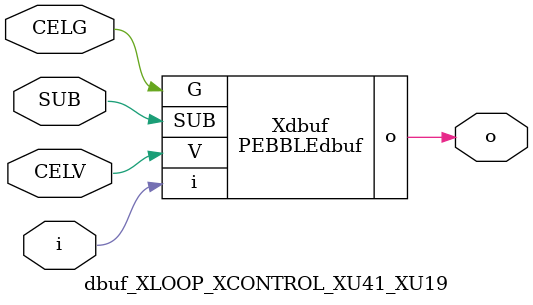
<source format=v>



module PEBBLEdbuf ( o, G, SUB, V, i );

  input V;
  input i;
  input G;
  output o;
  input SUB;
endmodule

//Celera Confidential Do Not Copy dbuf_XLOOP_XCONTROL_XU41_XU19
//Celera Confidential Symbol Generator
//Digital Buffer
module dbuf_XLOOP_XCONTROL_XU41_XU19 (CELV,CELG,i,o,SUB);
input CELV;
input CELG;
input i;
input SUB;
output o;

//Celera Confidential Do Not Copy dbuf
PEBBLEdbuf Xdbuf(
.V (CELV),
.i (i),
.o (o),
.SUB (SUB),
.G (CELG)
);
//,diesize,PEBBLEdbuf

//Celera Confidential Do Not Copy Module End
//Celera Schematic Generator
endmodule

</source>
